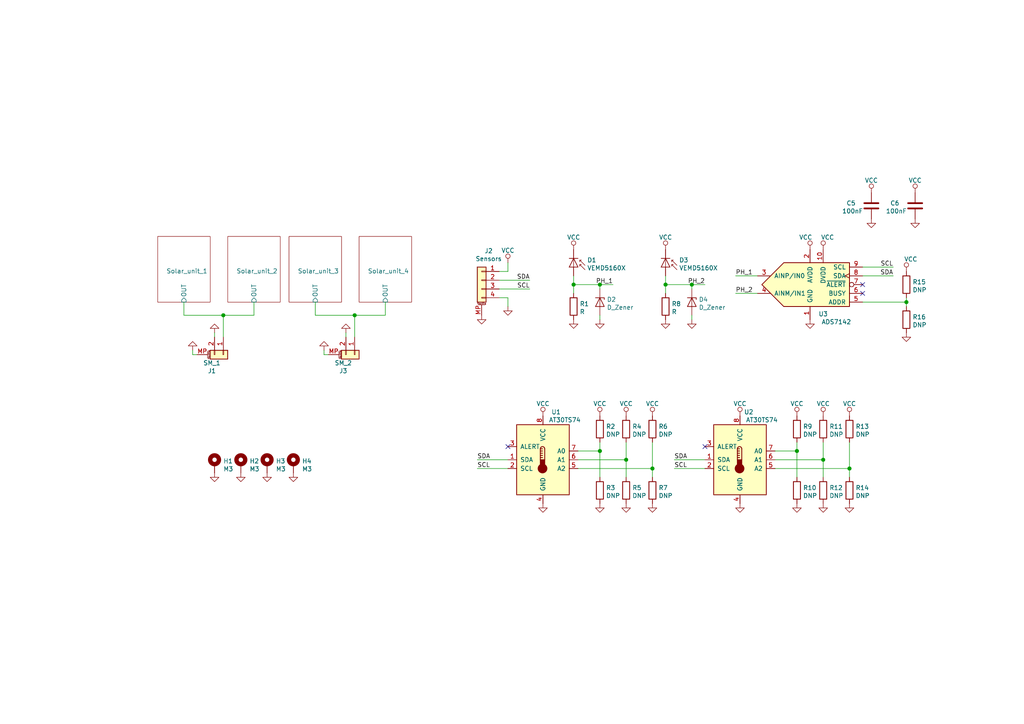
<source format=kicad_sch>
(kicad_sch (version 20210621) (generator eeschema)
  (paper "A4")
  (title_block (title "BUCube - Solar module Z") (date "2021-06-01") (rev "v1.0") (company "VUT") (comment 1 "Author: Petr Malaník"))
  (lib_symbols
    (symbol "Connector_Generic_MountingPin:Conn_01x02_MountingPin" (pin_names (offset 1.016) hide)
      (property "Reference" "J" (at 0 2.54 0))
      (property "Value" "Conn_01x02_MountingPin" (at 1.27 -5.08 0))
      (symbol "Conn_01x02_MountingPin_1_1"
        (text "Mounting" (at 0 -4.191 0) (effects (font (size 0.381 0.381))))
        (rectangle (start -1.27 -2.413) (end 0 -2.667) (stroke (width 0.1524)))
        (rectangle (start -1.27 0.127) (end 0 -0.127) (stroke (width 0.1524)))
        (rectangle (start -1.27 1.27) (end 1.27 -3.81) (stroke (width 0.254)) (fill (type background)))
        (polyline (pts (xy -1.016 -4.572) (xy 1.016 -4.572)) (stroke (width 0.1524)))
        (pin passive line (at -5.08 0 0) (length 3.81) (name "Pin_1") (number "1"))
        (pin passive line (at -5.08 -2.54 0) (length 3.81) (name "Pin_2") (number "2"))
        (pin passive line (at 0 -7.62 90) (length 3.048) (name "MountPin") (number "MP"))
      )
    )
    (symbol "Connector_Generic_MountingPin:Conn_01x04_MountingPin" (pin_names (offset 1.016) hide)
      (property "Reference" "J" (at 0 5.08 0))
      (property "Value" "Conn_01x04_MountingPin" (at 1.27 -7.62 0))
      (symbol "Conn_01x04_MountingPin_1_1"
        (text "Mounting" (at 0 -6.731 0) (effects (font (size 0.381 0.381))))
        (rectangle (start -1.27 -4.953) (end 0 -5.207) (stroke (width 0.1524)))
        (rectangle (start -1.27 -2.413) (end 0 -2.667) (stroke (width 0.1524)))
        (rectangle (start -1.27 0.127) (end 0 -0.127) (stroke (width 0.1524)))
        (rectangle (start -1.27 2.667) (end 0 2.413) (stroke (width 0.1524)))
        (rectangle (start -1.27 3.81) (end 1.27 -6.35) (stroke (width 0.254)) (fill (type background)))
        (polyline (pts (xy -1.016 -7.112) (xy 1.016 -7.112)) (stroke (width 0.1524)))
        (pin passive line (at -5.08 2.54 0) (length 3.81) (name "Pin_1") (number "1"))
        (pin passive line (at -5.08 0 0) (length 3.81) (name "Pin_2") (number "2"))
        (pin passive line (at -5.08 -2.54 0) (length 3.81) (name "Pin_3") (number "3"))
        (pin passive line (at -5.08 -5.08 0) (length 3.81) (name "Pin_4") (number "4"))
        (pin passive line (at 0 -10.16 90) (length 3.048) (name "MountPin") (number "MP"))
      )
    )
    (symbol "Device:C" (pin_numbers hide) (pin_names (offset 0.254))
      (property "Reference" "C" (at 0.635 2.54 0))
      (property "Value" "C" (at 0.635 -2.54 0))
      (symbol "C_0_1"
        (polyline (pts (xy -2.032 -0.762) (xy 2.032 -0.762)) (stroke (width 0.508)))
        (polyline (pts (xy -2.032 0.762) (xy 2.032 0.762)) (stroke (width 0.508)))
      )
      (symbol "C_1_1"
        (pin passive line (at 0 3.81 270) (length 2.794) (name "~") (number "1"))
        (pin passive line (at 0 -3.81 90) (length 2.794) (name "~") (number "2"))
      )
    )
    (symbol "Device:D_Photo" (pin_numbers hide) (pin_names hide)
      (property "Reference" "D" (at 0.508 1.778 0))
      (property "Value" "D_Photo" (at -1.016 -2.794 0))
      (symbol "D_Photo_0_1"
        (polyline (pts (xy -2.54 1.27) (xy -2.54 -1.27)) (stroke (width 0.2032)))
        (polyline (pts (xy -2.032 1.778) (xy -1.524 1.778)))
        (polyline (pts (xy 0 0) (xy -2.54 0)))
        (polyline (pts (xy -0.508 3.302) (xy -2.032 1.778) (xy -2.032 2.286)))
        (polyline (pts (xy 0 -1.27) (xy 0 1.27) (xy -2.54 0) (xy 0 -1.27)) (stroke (width 0.2032)))
        (polyline (pts (xy 0.762 3.302) (xy -0.762 1.778) (xy -0.762 2.286) (xy -0.762 1.778) (xy -0.254 1.778)))
      )
      (symbol "D_Photo_1_1"
        (pin passive line (at -5.08 0 0) (length 2.54) (name "K") (number "1"))
        (pin passive line (at 2.54 0 180) (length 2.54) (name "A") (number "2"))
      )
    )
    (symbol "Device:D_Zener" (pin_numbers hide) (pin_names (offset 1.016) hide)
      (property "Reference" "D" (at 0 2.54 0))
      (property "Value" "D_Zener" (at 0 -2.54 0))
      (symbol "D_Zener_0_1"
        (polyline (pts (xy 1.27 0) (xy -1.27 0)))
        (polyline (pts (xy -1.27 -1.27) (xy -1.27 1.27) (xy -0.762 1.27)) (stroke (width 0.2032)))
        (polyline (pts (xy 1.27 -1.27) (xy 1.27 1.27) (xy -1.27 0) (xy 1.27 -1.27)) (stroke (width 0.2032)))
      )
      (symbol "D_Zener_1_1"
        (pin passive line (at -3.81 0 0) (length 2.54) (name "K") (number "1"))
        (pin passive line (at 3.81 0 180) (length 2.54) (name "A") (number "2"))
      )
    )
    (symbol "Device:R" (pin_numbers hide) (pin_names (offset 0))
      (property "Reference" "R" (at 2.032 0 90))
      (property "Value" "R" (at 0 0 90))
      (symbol "R_0_1"
        (rectangle (start -1.016 -2.54) (end 1.016 2.54) (stroke (width 0.254)))
      )
      (symbol "R_1_1"
        (pin passive line (at 0 3.81 270) (length 1.27) (name "~") (number "1"))
        (pin passive line (at 0 -3.81 90) (length 1.27) (name "~") (number "2"))
      )
    )
    (symbol "Mechanical:MountingHole_Pad" (pin_numbers hide) (pin_names (offset 1.016) hide)
      (property "Reference" "H" (at 0 6.35 0))
      (property "Value" "MountingHole_Pad" (at 0 4.445 0))
      (symbol "MountingHole_Pad_0_1"
        (circle (center 0 1.27) (radius 1.27) (stroke (width 1.27)))
      )
      (symbol "MountingHole_Pad_1_1"
        (pin input line (at 0 -2.54 90) (length 2.54) (name "1") (number "1"))
      )
    )
    (symbol "TCY_IC:ADS7142" (pin_names (offset 1.016))
      (property "Reference" "U" (at -7.62 -7.62 0))
      (property "Value" "ADS7142" (at 3.81 -7.62 0))
      (symbol "ADS7142_0_1"
        (polyline (pts (xy -13.97 0) (xy -7.62 6.35) (xy 11.43 6.35) (xy 11.43 -6.35) (xy -7.62 -6.35) (xy -13.97 0)) (stroke (width 0.254)) (fill (type background)))
      )
      (symbol "ADS7142_1_1"
        (pin power_in line (at 0 -10.16 90) (length 3.81) (name "GND") (number "1"))
        (pin power_in line (at 3.81 10.16 270) (length 3.81) (name "DVDD") (number "10"))
        (pin power_in line (at 0 -10.16 90) (length 3.81) hide (name "GND") (number "11"))
        (pin power_in line (at 0 10.16 270) (length 3.81) (name "AVDD") (number "2"))
        (pin input line (at -15.24 2.54 0) (length 3.81) (name "AINP/IN0") (number "3"))
        (pin input line (at -15.24 -2.54 0) (length 3.81) (name "AINM/IN1") (number "4"))
        (pin input line (at 15.24 -5.08 180) (length 3.81) (name "ADDR") (number "5"))
        (pin output line (at 15.24 -2.54 180) (length 3.81) (name "BUSY") (number "6"))
        (pin output inverted (at 15.24 0 180) (length 3.81) (name "~{ALERT}") (number "7"))
        (pin input clock (at 15.24 2.54 180) (length 3.81) (name "SDA") (number "8"))
        (pin output line (at 15.24 5.08 180) (length 3.81) (name "SCL") (number "9"))
      )
    )
    (symbol "TCY_sensors:AT30TS74" (pin_names (offset 1.016))
      (property "Reference" "U" (at -6.35 11.43 0))
      (property "Value" "AT30TS74" (at 0 11.43 0))
      (symbol "AT30TS74_0_1"
        (arc (start 0.508 3.175) (end -0.762 3.175) (radius (at -0.127 3.175) (length 0.635) (angles 0.1 179.9)) (stroke (width 0.254)))
        (circle (center -0.127 -2.54) (radius 1.27) (stroke (width 0.254)) (fill (type outline)))
        (rectangle (start 0.508 -1.905) (end -0.762 0) (stroke (width 0.254)) (fill (type outline)))
        (rectangle (start -7.62 10.16) (end 7.62 -10.16) (stroke (width 0.254)) (fill (type background)))
        (polyline (pts (xy -0.762 0.635) (xy -0.127 0.635)) (stroke (width 0.254)))
        (polyline (pts (xy -0.762 1.27) (xy -0.127 1.27)) (stroke (width 0.254)))
        (polyline (pts (xy -0.762 1.905) (xy -0.127 1.905)) (stroke (width 0.254)))
        (polyline (pts (xy -0.762 2.54) (xy -0.127 2.54)) (stroke (width 0.254)))
        (polyline (pts (xy -0.762 3.175) (xy -0.762 0)) (stroke (width 0.254)))
        (polyline (pts (xy -0.762 3.175) (xy -0.127 3.175)) (stroke (width 0.254)))
        (polyline (pts (xy 0.508 3.175) (xy 0.508 0)) (stroke (width 0.254)))
      )
      (symbol "AT30TS74_1_1"
        (pin bidirectional line (at -10.16 0 0) (length 2.54) (name "SDA") (number "1"))
        (pin input line (at -10.16 -2.54 0) (length 2.54) (name "SCL") (number "2"))
        (pin open_collector line (at -10.16 3.81 0) (length 2.54) (name "ALERT") (number "3"))
        (pin power_in line (at 0 -12.7 90) (length 2.54) (name "GND") (number "4"))
        (pin input line (at 10.16 -2.54 180) (length 2.54) (name "A2") (number "5"))
        (pin input line (at 10.16 0 180) (length 2.54) (name "A1") (number "6"))
        (pin input line (at 10.16 2.54 180) (length 2.54) (name "A0") (number "7"))
        (pin power_in line (at 0 12.7 270) (length 2.54) (name "VCC") (number "8"))
        (pin power_in line (at 0 -12.7 90) (length 2.54) hide (name "GND") (number "9"))
      )
    )
    (symbol "TCY_sensors:AT30TS74_1" (pin_names (offset 1.016))
      (property "Reference" "U" (at -6.35 11.43 0))
      (property "Value" "AT30TS74" (at 0 11.43 0))
      (symbol "AT30TS74_1_0_1"
        (arc (start 0.508 3.175) (end -0.762 3.175) (radius (at -0.127 3.175) (length 0.635) (angles 0.1 179.9)) (stroke (width 0.254)))
        (circle (center -0.127 -2.54) (radius 1.27) (stroke (width 0.254)) (fill (type outline)))
        (rectangle (start 0.508 -1.905) (end -0.762 0) (stroke (width 0.254)) (fill (type outline)))
        (rectangle (start -7.62 10.16) (end 7.62 -10.16) (stroke (width 0.254)) (fill (type background)))
        (polyline (pts (xy -0.762 0.635) (xy -0.127 0.635)) (stroke (width 0.254)))
        (polyline (pts (xy -0.762 1.27) (xy -0.127 1.27)) (stroke (width 0.254)))
        (polyline (pts (xy -0.762 1.905) (xy -0.127 1.905)) (stroke (width 0.254)))
        (polyline (pts (xy -0.762 2.54) (xy -0.127 2.54)) (stroke (width 0.254)))
        (polyline (pts (xy -0.762 3.175) (xy -0.762 0)) (stroke (width 0.254)))
        (polyline (pts (xy -0.762 3.175) (xy -0.127 3.175)) (stroke (width 0.254)))
        (polyline (pts (xy 0.508 3.175) (xy 0.508 0)) (stroke (width 0.254)))
      )
      (symbol "AT30TS74_1_1_1"
        (pin bidirectional line (at -10.16 0 0) (length 2.54) (name "SDA") (number "1"))
        (pin input line (at -10.16 -2.54 0) (length 2.54) (name "SCL") (number "2"))
        (pin open_collector line (at -10.16 3.81 0) (length 2.54) (name "ALERT") (number "3"))
        (pin power_in line (at 0 -12.7 90) (length 2.54) (name "GND") (number "4"))
        (pin input line (at 10.16 -2.54 180) (length 2.54) (name "A2") (number "5"))
        (pin input line (at 10.16 0 180) (length 2.54) (name "A1") (number "6"))
        (pin input line (at 10.16 2.54 180) (length 2.54) (name "A0") (number "7"))
        (pin power_in line (at 0 12.7 270) (length 2.54) (name "VCC") (number "8"))
        (pin power_in line (at 0 -12.7 90) (length 2.54) hide (name "GND") (number "9"))
      )
    )
    (symbol "power:GND" (power) (pin_names (offset 0))
      (property "Value" "GND" (at 0 -3.81 0))
      (symbol "GND_0_1"
        (polyline (pts (xy 0 0) (xy 0 -1.27) (xy 1.27 -1.27) (xy 0 -2.54) (xy -1.27 -1.27) (xy 0 -1.27)))
      )
      (symbol "GND_1_1"
        (pin power_in line (at 0 0 270) (length 0) hide (name "GND") (number "1"))
      )
    )
    (symbol "power:VCC" (power) (pin_names (offset 0))
      (property "Value" "VCC" (at 0 3.81 0))
      (symbol "VCC_0_1"
        (circle (center 0 1.905) (radius 0.635))
        (polyline (pts (xy 0 0) (xy 0 1.27)))
      )
      (symbol "VCC_1_1"
        (pin power_in line (at 0 0 90) (length 0) hide (name "VCC") (number "1"))
      )
    )
  )
  (junction (at 64.77 91.44) (diameter 1.016))
  (junction (at 102.87 91.44) (diameter 1.016))
  (junction (at 166.37 82.55) (diameter 1.016))
  (junction (at 173.99 82.55) (diameter 1.016))
  (junction (at 173.99 130.81) (diameter 1.016))
  (junction (at 181.61 133.35) (diameter 1.016))
  (junction (at 189.23 135.89) (diameter 1.016))
  (junction (at 193.04 82.55) (diameter 1.016))
  (junction (at 200.66 82.55) (diameter 1.016))
  (junction (at 231.14 130.81) (diameter 1.016))
  (junction (at 238.76 133.35) (diameter 1.016))
  (junction (at 246.38 135.89) (diameter 1.016))
  (junction (at 262.89 87.63) (diameter 1.016))
  (no_connect (at 147.32 129.54))
  (no_connect (at 204.47 129.54))
  (no_connect (at 250.19 82.55))
  (no_connect (at 250.19 85.09))
  (wire (pts (xy 53.34 91.44) (xy 53.34 87.63)))
  (wire (pts (xy 55.88 102.87) (xy 55.88 101.6)))
  (wire (pts (xy 57.15 102.87) (xy 55.88 102.87)))
  (wire (pts (xy 62.23 97.79) (xy 62.23 96.52)))
  (wire (pts (xy 64.77 91.44) (xy 53.34 91.44)))
  (wire (pts (xy 64.77 91.44) (xy 73.66 91.44)))
  (wire (pts (xy 64.77 97.79) (xy 64.77 91.44)))
  (wire (pts (xy 73.66 91.44) (xy 73.66 87.63)))
  (wire (pts (xy 91.44 91.44) (xy 91.44 87.63)))
  (wire (pts (xy 93.98 102.87) (xy 93.98 101.6)))
  (wire (pts (xy 95.25 102.87) (xy 93.98 102.87)))
  (wire (pts (xy 100.33 97.79) (xy 100.33 96.52)))
  (wire (pts (xy 102.87 91.44) (xy 91.44 91.44)))
  (wire (pts (xy 102.87 97.79) (xy 102.87 91.44)))
  (wire (pts (xy 111.76 87.63) (xy 111.76 91.44)))
  (wire (pts (xy 111.76 91.44) (xy 102.87 91.44)))
  (wire (pts (xy 144.78 78.74) (xy 147.32 78.74)))
  (wire (pts (xy 144.78 81.28) (xy 153.67 81.28)))
  (wire (pts (xy 144.78 83.82) (xy 153.67 83.82)))
  (wire (pts (xy 144.78 86.36) (xy 147.32 86.36)))
  (wire (pts (xy 147.32 78.74) (xy 147.32 76.2)))
  (wire (pts (xy 147.32 86.36) (xy 147.32 88.9)))
  (wire (pts (xy 147.32 133.35) (xy 138.43 133.35)))
  (wire (pts (xy 147.32 135.89) (xy 138.43 135.89)))
  (wire (pts (xy 166.37 80.01) (xy 166.37 82.55)))
  (wire (pts (xy 166.37 82.55) (xy 166.37 85.09)))
  (wire (pts (xy 166.37 82.55) (xy 173.99 82.55)))
  (wire (pts (xy 167.64 130.81) (xy 173.99 130.81)))
  (wire (pts (xy 167.64 133.35) (xy 181.61 133.35)))
  (wire (pts (xy 167.64 135.89) (xy 189.23 135.89)))
  (wire (pts (xy 173.99 82.55) (xy 173.99 83.82)))
  (wire (pts (xy 173.99 82.55) (xy 177.8 82.55)))
  (wire (pts (xy 173.99 91.44) (xy 173.99 92.71)))
  (wire (pts (xy 173.99 128.27) (xy 173.99 130.81)))
  (wire (pts (xy 173.99 130.81) (xy 173.99 138.43)))
  (wire (pts (xy 181.61 128.27) (xy 181.61 133.35)))
  (wire (pts (xy 181.61 133.35) (xy 181.61 138.43)))
  (wire (pts (xy 189.23 128.27) (xy 189.23 135.89)))
  (wire (pts (xy 189.23 135.89) (xy 189.23 138.43)))
  (wire (pts (xy 193.04 80.01) (xy 193.04 82.55)))
  (wire (pts (xy 193.04 82.55) (xy 193.04 85.09)))
  (wire (pts (xy 193.04 82.55) (xy 200.66 82.55)))
  (wire (pts (xy 200.66 82.55) (xy 200.66 83.82)))
  (wire (pts (xy 200.66 82.55) (xy 204.47 82.55)))
  (wire (pts (xy 200.66 91.44) (xy 200.66 92.71)))
  (wire (pts (xy 204.47 133.35) (xy 195.58 133.35)))
  (wire (pts (xy 204.47 135.89) (xy 195.58 135.89)))
  (wire (pts (xy 213.36 80.01) (xy 219.71 80.01)))
  (wire (pts (xy 213.36 85.09) (xy 219.71 85.09)))
  (wire (pts (xy 224.79 130.81) (xy 231.14 130.81)))
  (wire (pts (xy 224.79 133.35) (xy 238.76 133.35)))
  (wire (pts (xy 224.79 135.89) (xy 246.38 135.89)))
  (wire (pts (xy 231.14 128.27) (xy 231.14 130.81)))
  (wire (pts (xy 231.14 130.81) (xy 231.14 138.43)))
  (wire (pts (xy 238.76 128.27) (xy 238.76 133.35)))
  (wire (pts (xy 238.76 133.35) (xy 238.76 138.43)))
  (wire (pts (xy 246.38 128.27) (xy 246.38 135.89)))
  (wire (pts (xy 246.38 135.89) (xy 246.38 138.43)))
  (wire (pts (xy 250.19 77.47) (xy 259.08 77.47)))
  (wire (pts (xy 250.19 80.01) (xy 259.08 80.01)))
  (wire (pts (xy 250.19 87.63) (xy 262.89 87.63)))
  (wire (pts (xy 262.89 86.36) (xy 262.89 87.63)))
  (wire (pts (xy 262.89 87.63) (xy 262.89 88.9)))
  (label "SDA" (at 138.43 133.35 0))
  (label "SCL" (at 138.43 135.89 0))
  (label "SDA" (at 153.67 81.28 180))
  (label "SCL" (at 153.67 83.82 180))
  (label "PH_1" (at 177.8 82.55 180))
  (label "SDA" (at 195.58 133.35 0))
  (label "SCL" (at 195.58 135.89 0))
  (label "PH_2" (at 204.47 82.55 180))
  (label "PH_1" (at 213.36 80.01 0))
  (label "PH_2" (at 213.36 85.09 0))
  (label "SCL" (at 259.08 77.47 180))
  (label "SDA" (at 259.08 80.01 180))
  (symbol (lib_id "power:VCC") (at 147.32 76.2 0) (unit 1)
    (property "Reference" "#PWR0101" (effects hide))
    (property "Value" "VCC" (at 147.32 72.6526 0))
  )
  (symbol (lib_id "power:VCC") (at 157.48 120.65 0) (unit 1)
    (property "Reference" "#PWR0110" (effects hide))
    (property "Value" "VCC" (at 157.48 117.1026 0))
  )
  (symbol (lib_id "power:VCC") (at 166.37 72.39 0) (unit 1)
    (property "Reference" "#PWR0108" (effects hide))
    (property "Value" "VCC" (at 166.37 68.8426 0))
  )
  (symbol (lib_id "power:VCC") (at 173.99 120.65 0) (unit 1)
    (property "Reference" "#PWR0128" (effects hide))
    (property "Value" "VCC" (at 173.99 117.1026 0))
  )
  (symbol (lib_id "power:VCC") (at 181.61 120.65 0) (unit 1)
    (property "Reference" "#PWR0127" (effects hide))
    (property "Value" "VCC" (at 181.61 117.1026 0))
  )
  (symbol (lib_id "power:VCC") (at 189.23 120.65 0) (unit 1)
    (property "Reference" "#PWR0129" (effects hide))
    (property "Value" "VCC" (at 189.23 117.1026 0))
  )
  (symbol (lib_id "power:VCC") (at 193.04 72.39 0) (unit 1)
    (property "Reference" "#PWR0111" (effects hide))
    (property "Value" "VCC" (at 193.04 68.8426 0))
  )
  (symbol (lib_id "power:VCC") (at 214.63 120.65 0) (unit 1)
    (property "Reference" "#PWR0126" (effects hide))
    (property "Value" "VCC" (at 214.63 117.1026 0))
  )
  (symbol (lib_id "power:VCC") (at 231.14 120.65 0) (unit 1)
    (property "Reference" "#PWR0124" (effects hide))
    (property "Value" "VCC" (at 231.14 117.1026 0))
  )
  (symbol (lib_id "power:VCC") (at 234.95 72.39 0) (unit 1)
    (property "Reference" "#PWR0121" (effects hide))
    (property "Value" "VCC" (at 233.68 68.8426 0))
  )
  (symbol (lib_id "power:VCC") (at 238.76 72.39 0) (unit 1)
    (property "Reference" "#PWR0120" (effects hide))
    (property "Value" "VCC" (at 240.03 68.8426 0))
  )
  (symbol (lib_id "power:VCC") (at 238.76 120.65 0) (unit 1)
    (property "Reference" "#PWR0125" (effects hide))
    (property "Value" "VCC" (at 238.76 117.1026 0))
  )
  (symbol (lib_id "power:VCC") (at 246.38 120.65 0) (unit 1)
    (property "Reference" "#PWR0123" (effects hide))
    (property "Value" "VCC" (at 246.38 117.1026 0))
  )
  (symbol (lib_id "power:VCC") (at 252.73 55.88 0) (unit 1)
    (property "Reference" "#PWR0156" (effects hide))
    (property "Value" "VCC" (at 252.73 52.3326 0))
  )
  (symbol (lib_id "power:VCC") (at 262.89 78.74 0) (unit 1)
    (property "Reference" "#PWR0154" (effects hide))
    (property "Value" "VCC" (at 264.16 75.1926 0))
  )
  (symbol (lib_id "power:VCC") (at 265.43 55.88 0) (unit 1)
    (property "Reference" "#PWR0157" (effects hide))
    (property "Value" "VCC" (at 265.43 52.3326 0))
  )
  (symbol (lib_id "power:GND") (at 55.88 101.6 180) (unit 1)
    (property "Reference" "#PWR0119" (effects hide))
    (property "Value" "GND" (effects hide))
  )
  (symbol (lib_id "power:GND") (at 62.23 96.52 180) (unit 1)
    (property "Reference" "#PWR0116" (effects hide))
    (property "Value" "GND" (effects hide))
  )
  (symbol (lib_id "power:GND") (at 62.23 137.16 0) (unit 1)
    (property "Reference" "#PWR0104" (effects hide))
    (property "Value" "GND" (effects hide))
  )
  (symbol (lib_id "power:GND") (at 69.85 137.16 0) (unit 1)
    (property "Reference" "#PWR0105" (effects hide))
    (property "Value" "GND" (effects hide))
  )
  (symbol (lib_id "power:GND") (at 77.47 137.16 0) (unit 1)
    (property "Reference" "#PWR0106" (effects hide))
    (property "Value" "GND" (effects hide))
  )
  (symbol (lib_id "power:GND") (at 85.09 137.16 0) (unit 1)
    (property "Reference" "#PWR0107" (effects hide))
    (property "Value" "GND" (effects hide))
  )
  (symbol (lib_id "power:GND") (at 93.98 101.6 180) (unit 1)
    (property "Reference" "#PWR0117" (effects hide))
    (property "Value" "GND" (effects hide))
  )
  (symbol (lib_id "power:GND") (at 100.33 96.52 180) (unit 1)
    (property "Reference" "#PWR0118" (effects hide))
    (property "Value" "GND" (effects hide))
  )
  (symbol (lib_id "power:GND") (at 139.7 91.44 0) (unit 1)
    (property "Reference" "#PWR0103" (effects hide))
    (property "Value" "GND" (effects hide))
  )
  (symbol (lib_id "power:GND") (at 147.32 88.9 0) (unit 1)
    (property "Reference" "#PWR0102" (effects hide))
    (property "Value" "GND" (effects hide))
  )
  (symbol (lib_id "power:GND") (at 157.48 146.05 0) (unit 1)
    (property "Reference" "#PWR0109" (effects hide))
    (property "Value" "GND" (effects hide))
  )
  (symbol (lib_id "power:GND") (at 166.37 92.71 0) (unit 1)
    (property "Reference" "#PWR0113" (effects hide))
    (property "Value" "GND" (effects hide))
  )
  (symbol (lib_id "power:GND") (at 173.99 92.71 0) (unit 1)
    (property "Reference" "#PWR0112" (effects hide))
    (property "Value" "GND" (effects hide))
  )
  (symbol (lib_id "power:GND") (at 173.99 146.05 0) (unit 1)
    (property "Reference" "#PWR0135" (effects hide))
    (property "Value" "GND" (effects hide))
  )
  (symbol (lib_id "power:GND") (at 181.61 146.05 0) (unit 1)
    (property "Reference" "#PWR0136" (effects hide))
    (property "Value" "GND" (effects hide))
  )
  (symbol (lib_id "power:GND") (at 189.23 146.05 0) (unit 1)
    (property "Reference" "#PWR0131" (effects hide))
    (property "Value" "GND" (effects hide))
  )
  (symbol (lib_id "power:GND") (at 193.04 92.71 0) (unit 1)
    (property "Reference" "#PWR0114" (effects hide))
    (property "Value" "GND" (effects hide))
  )
  (symbol (lib_id "power:GND") (at 200.66 92.71 0) (unit 1)
    (property "Reference" "#PWR0115" (effects hide))
    (property "Value" "GND" (effects hide))
  )
  (symbol (lib_id "power:GND") (at 214.63 146.05 0) (unit 1)
    (property "Reference" "#PWR0132" (effects hide))
    (property "Value" "GND" (effects hide))
  )
  (symbol (lib_id "power:GND") (at 231.14 146.05 0) (unit 1)
    (property "Reference" "#PWR0133" (effects hide))
    (property "Value" "GND" (effects hide))
  )
  (symbol (lib_id "power:GND") (at 234.95 92.71 0) (unit 1)
    (property "Reference" "#PWR0122" (effects hide))
    (property "Value" "GND" (effects hide))
  )
  (symbol (lib_id "power:GND") (at 238.76 146.05 0) (unit 1)
    (property "Reference" "#PWR0134" (effects hide))
    (property "Value" "GND" (effects hide))
  )
  (symbol (lib_id "power:GND") (at 246.38 146.05 0) (unit 1)
    (property "Reference" "#PWR0130" (effects hide))
    (property "Value" "GND" (effects hide))
  )
  (symbol (lib_id "power:GND") (at 252.73 63.5 0) (unit 1)
    (property "Reference" "#PWR0158" (effects hide))
    (property "Value" "GND" (effects hide))
  )
  (symbol (lib_id "power:GND") (at 262.89 96.52 0) (unit 1)
    (property "Reference" "#PWR0153" (effects hide))
    (property "Value" "GND" (effects hide))
  )
  (symbol (lib_id "power:GND") (at 265.43 63.5 0) (unit 1)
    (property "Reference" "#PWR0155" (effects hide))
    (property "Value" "GND" (effects hide))
  )
  (symbol (lib_id "Device:R") (at 166.37 88.9 0) (unit 1)
    (property "Reference" "R1" (at 168.1481 88.1391 0) (effects (justify left)))
    (property "Value" "R" (at 168.1481 90.4378 0) (effects (justify left)))
    (property "Footprint" "Resistor_SMD:R_0603_1608Metric" (effects hide))
  )
  (symbol (lib_id "Device:R") (at 173.99 124.46 0) (unit 1)
    (property "Reference" "R2" (at 175.7681 123.6991 0) (effects (justify left)))
    (property "Value" "DNP" (at 175.7681 125.9978 0) (effects (justify left)))
    (property "Footprint" "TCY_passives:R_0603_1608Metric" (effects hide))
  )
  (symbol (lib_id "Device:R") (at 173.99 142.24 0) (unit 1)
    (property "Reference" "R3" (at 175.7681 141.4791 0) (effects (justify left)))
    (property "Value" "DNP" (at 175.7681 143.7778 0) (effects (justify left)))
    (property "Footprint" "TCY_passives:R_0603_1608Metric" (effects hide))
  )
  (symbol (lib_id "Device:R") (at 181.61 124.46 0) (unit 1)
    (property "Reference" "R4" (at 183.3881 123.6991 0) (effects (justify left)))
    (property "Value" "DNP" (at 183.3881 125.9978 0) (effects (justify left)))
    (property "Footprint" "TCY_passives:R_0603_1608Metric" (effects hide))
  )
  (symbol (lib_id "Device:R") (at 181.61 142.24 0) (unit 1)
    (property "Reference" "R5" (at 183.3881 141.4791 0) (effects (justify left)))
    (property "Value" "DNP" (at 183.3881 143.7778 0) (effects (justify left)))
    (property "Footprint" "TCY_passives:R_0603_1608Metric" (effects hide))
  )
  (symbol (lib_id "Device:R") (at 189.23 124.46 0) (unit 1)
    (property "Reference" "R6" (at 191.0081 123.6991 0) (effects (justify left)))
    (property "Value" "DNP" (at 191.0081 125.9978 0) (effects (justify left)))
    (property "Footprint" "TCY_passives:R_0603_1608Metric" (effects hide))
  )
  (symbol (lib_id "Device:R") (at 189.23 142.24 0) (unit 1)
    (property "Reference" "R7" (at 191.0081 141.4791 0) (effects (justify left)))
    (property "Value" "DNP" (at 191.0081 143.7778 0) (effects (justify left)))
    (property "Footprint" "TCY_passives:R_0603_1608Metric" (effects hide))
  )
  (symbol (lib_id "Device:R") (at 193.04 88.9 0) (unit 1)
    (property "Reference" "R8" (at 194.8181 88.1391 0) (effects (justify left)))
    (property "Value" "R" (at 194.8181 90.4378 0) (effects (justify left)))
    (property "Footprint" "Resistor_SMD:R_0603_1608Metric" (effects hide))
  )
  (symbol (lib_id "Device:R") (at 231.14 124.46 0) (unit 1)
    (property "Reference" "R9" (at 232.9181 123.6991 0) (effects (justify left)))
    (property "Value" "DNP" (at 232.9181 125.9978 0) (effects (justify left)))
    (property "Footprint" "TCY_passives:R_0603_1608Metric" (effects hide))
  )
  (symbol (lib_id "Device:R") (at 231.14 142.24 0) (unit 1)
    (property "Reference" "R10" (at 232.9181 141.4791 0) (effects (justify left)))
    (property "Value" "DNP" (at 232.9181 143.7778 0) (effects (justify left)))
    (property "Footprint" "TCY_passives:R_0603_1608Metric" (effects hide))
  )
  (symbol (lib_id "Device:R") (at 238.76 124.46 0) (unit 1)
    (property "Reference" "R11" (at 240.5381 123.6991 0) (effects (justify left)))
    (property "Value" "DNP" (at 240.5381 125.9978 0) (effects (justify left)))
    (property "Footprint" "TCY_passives:R_0603_1608Metric" (effects hide))
  )
  (symbol (lib_id "Device:R") (at 238.76 142.24 0) (unit 1)
    (property "Reference" "R12" (at 240.5381 141.4791 0) (effects (justify left)))
    (property "Value" "DNP" (at 240.5381 143.7778 0) (effects (justify left)))
    (property "Footprint" "TCY_passives:R_0603_1608Metric" (effects hide))
  )
  (symbol (lib_id "Device:R") (at 246.38 124.46 0) (unit 1)
    (property "Reference" "R13" (at 248.1581 123.6991 0) (effects (justify left)))
    (property "Value" "DNP" (at 248.1581 125.9978 0) (effects (justify left)))
    (property "Footprint" "TCY_passives:R_0603_1608Metric" (effects hide))
  )
  (symbol (lib_id "Device:R") (at 246.38 142.24 0) (unit 1)
    (property "Reference" "R14" (at 248.1581 141.4791 0) (effects (justify left)))
    (property "Value" "DNP" (at 248.1581 143.7778 0) (effects (justify left)))
    (property "Footprint" "TCY_passives:R_0603_1608Metric" (effects hide))
  )
  (symbol (lib_id "Device:R") (at 262.89 82.55 0) (unit 1)
    (property "Reference" "R15" (at 264.6681 81.7891 0) (effects (justify left)))
    (property "Value" "DNP" (at 264.6681 84.0878 0) (effects (justify left)))
    (property "Footprint" "TCY_passives:R_0603_1608Metric" (effects hide))
  )
  (symbol (lib_id "Device:R") (at 262.89 92.71 0) (unit 1)
    (property "Reference" "R16" (at 264.6681 91.9491 0) (effects (justify left)))
    (property "Value" "DNP" (at 264.6681 94.2478 0) (effects (justify left)))
    (property "Footprint" "TCY_passives:R_0603_1608Metric" (effects hide))
  )
  (symbol (lib_id "Device:D_Zener") (at 173.99 87.63 270) (unit 1)
    (property "Reference" "D2" (at 175.9967 86.8691 90) (effects (justify left)))
    (property "Value" "D_Zener" (at 175.9967 89.1678 90) (effects (justify left)))
    (property "Footprint" "Diode_SMD:D_SOD-323F" (effects hide))
  )
  (symbol (lib_id "Device:D_Zener") (at 200.66 87.63 270) (unit 1)
    (property "Reference" "D4" (at 202.6667 86.8691 90) (effects (justify left)))
    (property "Value" "D_Zener" (at 202.6667 89.1678 90) (effects (justify left)))
    (property "Footprint" "Diode_SMD:D_SOD-323F" (effects hide))
  )
  (symbol (lib_id "Mechanical:MountingHole_Pad") (at 62.23 134.62 0) (unit 1)
    (property "Reference" "H1" (at 64.7701 133.7321 0) (effects (justify left)))
    (property "Value" "M3" (at 64.7701 136.0308 0) (effects (justify left)))
    (property "Footprint" "MountingHole:MountingHole_3.2mm_M3_Pad_Via" (effects hide))
  )
  (symbol (lib_id "Mechanical:MountingHole_Pad") (at 69.85 134.62 0) (unit 1)
    (property "Reference" "H2" (at 72.3901 133.7321 0) (effects (justify left)))
    (property "Value" "M3" (at 72.3901 136.0308 0) (effects (justify left)))
    (property "Footprint" "MountingHole:MountingHole_3.2mm_M3_Pad_Via" (effects hide))
  )
  (symbol (lib_id "Mechanical:MountingHole_Pad") (at 77.47 134.62 0) (unit 1)
    (property "Reference" "H3" (at 80.0101 133.7321 0) (effects (justify left)))
    (property "Value" "M3" (at 80.0101 136.0308 0) (effects (justify left)))
    (property "Footprint" "MountingHole:MountingHole_3.2mm_M3_Pad_Via" (effects hide))
  )
  (symbol (lib_id "Mechanical:MountingHole_Pad") (at 85.09 134.62 0) (unit 1)
    (property "Reference" "H4" (at 87.6301 133.7321 0) (effects (justify left)))
    (property "Value" "M3" (at 87.6301 136.0308 0) (effects (justify left)))
    (property "Footprint" "MountingHole:MountingHole_3.2mm_M3_Pad_Via" (effects hide))
  )
  (symbol (lib_id "Device:C") (at 252.73 59.69 0) (unit 1)
    (property "Reference" "C5" (at 245.4911 58.9291 0) (effects (justify left)))
    (property "Value" "100nF" (at 244.2211 61.2278 0) (effects (justify left)))
    (property "Footprint" "TCY_passives:C_0603_1608Metric" (effects hide))
  )
  (symbol (lib_id "Device:C") (at 265.43 59.69 0) (unit 1)
    (property "Reference" "C6" (at 258.1911 58.9291 0) (effects (justify left)))
    (property "Value" "100nF" (at 256.9211 61.2278 0) (effects (justify left)))
    (property "Footprint" "TCY_passives:C_0603_1608Metric" (effects hide))
  )
  (symbol (lib_id "Device:D_Photo") (at 166.37 77.47 270) (unit 1)
    (property "Reference" "D1" (at 170.3071 75.4391 90) (effects (justify left)))
    (property "Value" "VEMD5160X" (at 170.3071 77.7378 90) (effects (justify left)))
    (property "Footprint" "TCY_smd_leds:VEMD5160X" (effects hide))
  )
  (symbol (lib_id "Device:D_Photo") (at 193.04 77.47 270) (unit 1)
    (property "Reference" "D3" (at 196.9771 75.4391 90) (effects (justify left)))
    (property "Value" "VEMD5160X" (at 196.9771 77.7378 90) (effects (justify left)))
    (property "Footprint" "TCY_smd_leds:VEMD5160X" (effects hide))
  )
  (symbol (lib_id "Connector_Generic_MountingPin:Conn_01x02_MountingPin") (at 64.77 102.87 270) (unit 1)
    (property "Reference" "J1" (at 61.468 107.5732 90))
    (property "Value" "SM_1" (at 61.468 105.2745 90))
    (property "Footprint" "TCY_connectors:Amphenol_10114830-11102LF_1x02_P1.25mm_Horizontal" (effects hide))
  )
  (symbol (lib_id "Connector_Generic_MountingPin:Conn_01x02_MountingPin") (at 102.87 102.87 270) (unit 1)
    (property "Reference" "J3" (at 99.568 107.5732 90))
    (property "Value" "SM_2" (at 99.568 105.2745 90))
    (property "Footprint" "TCY_connectors:Amphenol_10114830-11102LF_1x02_P1.25mm_Horizontal" (effects hide))
  )
  (symbol (lib_id "Connector_Generic_MountingPin:Conn_01x04_MountingPin") (at 139.7 81.28 0) (mirror y) (unit 1)
    (property "Reference" "J2" (at 141.732 72.7668 0))
    (property "Value" "Sensors" (at 141.732 75.0655 0))
    (property "Footprint" "TCY_connectors:Amphenol_10114830-11103LF_1x04_P1.25mm_Horizontal" (effects hide))
  )
  (symbol (lib_id "TCY_sensors:AT30TS74") (at 157.48 133.35 0) (unit 1)
    (property "Reference" "U1" (at 161.29 119.5028 0))
    (property "Value" "AT30TS74" (at 163.83 121.8015 0))
    (property "Footprint" "Package_DFN_QFN:DFN-8-1EP_3x2mm_P0.5mm_EP1.3x1.5mm" (effects hide))
    (property "Datasheet" "http://ww1.microchip.com/downloads/en/DeviceDoc/Web_AT30TS74_0217.pdf" (effects hide))
  )
  (symbol (lib_name "TCY_sensors:AT30TS74_1") (lib_id "TCY_sensors:AT30TS74") (at 214.63 133.35 0) (unit 1)
    (property "Reference" "U2" (at 217.17 119.5028 0))
    (property "Value" "AT30TS74" (at 220.98 121.8015 0))
    (property "Footprint" "Package_DFN_QFN:DFN-8-1EP_3x2mm_P0.5mm_EP1.3x1.5mm" (effects hide))
    (property "Datasheet" "http://ww1.microchip.com/downloads/en/DeviceDoc/Web_AT30TS74_0217.pdf" (effects hide))
  )
  (symbol (lib_id "TCY_IC:ADS7142") (at 234.95 82.55 0) (unit 1)
    (property "Reference" "U3" (at 238.76 91.0654 0))
    (property "Value" "ADS7142" (at 242.57 93.3641 0))
    (property "Footprint" "Package_DFN_QFN:DFN-10-1EP_2x3mm_P0.5mm_EP0.64x2.4mm" (effects hide))
    (property "Datasheet" "https://www.ti.com/lit/ds/symlink/ads7142-q1.pdf" (effects hide))
  )
  (sheet (at 45.72 68.58) (size 15.24 19.05) (stroke (width 0.0006))
    (property "Sheet name" "Solar_unit_1" (at 48.26 79.3743 0) (effects (justify left bottom)))
    (property "Sheet file" "Solar_unit.kicad_sch" (effects hide))
    (pin "OUT" input (at 53.34 87.63 270))
  )
  (sheet (at 66.04 68.58) (size 15.24 19.05) (stroke (width 0.0006))
    (property "Sheet name" "Solar_unit_2" (at 68.58 79.3743 0) (effects (justify left bottom)))
    (property "Sheet file" "Solar_unit.kicad_sch" (effects hide))
    (pin "OUT" input (at 73.66 87.63 270))
  )
  (sheet (at 83.82 68.58) (size 15.24 19.05) (stroke (width 0.0006))
    (property "Sheet name" "Solar_unit_3" (at 86.36 79.3743 0) (effects (justify left bottom)))
    (property "Sheet file" "Solar_unit.kicad_sch" (effects hide))
    (pin "OUT" input (at 91.44 87.63 270))
  )
  (sheet (at 104.14 68.58) (size 15.24 19.05) (stroke (width 0.0006))
    (property "Sheet name" "Solar_unit_4" (at 106.68 79.3743 0) (effects (justify left bottom)))
    (property "Sheet file" "Solar_unit.kicad_sch" (effects hide))
    (pin "OUT" input (at 111.76 87.63 270))
  )
)
</source>
